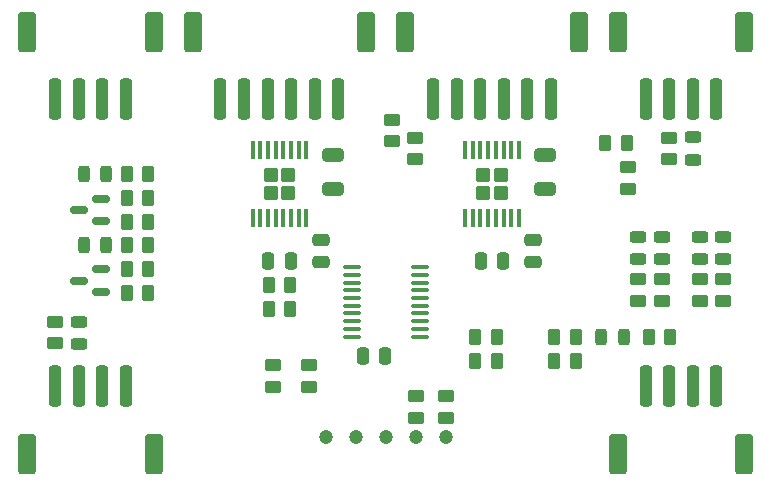
<source format=gbr>
%TF.GenerationSoftware,KiCad,Pcbnew,8.0.3*%
%TF.CreationDate,2024-07-02T20:09:31+01:00*%
%TF.ProjectId,Tims_I2C_Dual_Motor_Driver,54696d73-5f49-4324-935f-4475616c5f4d,rev?*%
%TF.SameCoordinates,Original*%
%TF.FileFunction,Paste,Top*%
%TF.FilePolarity,Positive*%
%FSLAX46Y46*%
G04 Gerber Fmt 4.6, Leading zero omitted, Abs format (unit mm)*
G04 Created by KiCad (PCBNEW 8.0.3) date 2024-07-02 20:09:31*
%MOMM*%
%LPD*%
G01*
G04 APERTURE LIST*
G04 Aperture macros list*
%AMRoundRect*
0 Rectangle with rounded corners*
0 $1 Rounding radius*
0 $2 $3 $4 $5 $6 $7 $8 $9 X,Y pos of 4 corners*
0 Add a 4 corners polygon primitive as box body*
4,1,4,$2,$3,$4,$5,$6,$7,$8,$9,$2,$3,0*
0 Add four circle primitives for the rounded corners*
1,1,$1+$1,$2,$3*
1,1,$1+$1,$4,$5*
1,1,$1+$1,$6,$7*
1,1,$1+$1,$8,$9*
0 Add four rect primitives between the rounded corners*
20,1,$1+$1,$2,$3,$4,$5,0*
20,1,$1+$1,$4,$5,$6,$7,0*
20,1,$1+$1,$6,$7,$8,$9,0*
20,1,$1+$1,$8,$9,$2,$3,0*%
G04 Aperture macros list end*
%ADD10RoundRect,0.250000X-0.450000X0.262500X-0.450000X-0.262500X0.450000X-0.262500X0.450000X0.262500X0*%
%ADD11RoundRect,0.250001X-0.354999X0.354999X-0.354999X-0.354999X0.354999X-0.354999X0.354999X0.354999X0*%
%ADD12RoundRect,0.100000X-0.100000X0.675000X-0.100000X-0.675000X0.100000X-0.675000X0.100000X0.675000X0*%
%ADD13RoundRect,0.250000X0.475000X-0.250000X0.475000X0.250000X-0.475000X0.250000X-0.475000X-0.250000X0*%
%ADD14C,1.200000*%
%ADD15RoundRect,0.250000X0.262500X0.450000X-0.262500X0.450000X-0.262500X-0.450000X0.262500X-0.450000X0*%
%ADD16RoundRect,0.243750X0.243750X0.456250X-0.243750X0.456250X-0.243750X-0.456250X0.243750X-0.456250X0*%
%ADD17RoundRect,0.250000X-0.250000X-0.475000X0.250000X-0.475000X0.250000X0.475000X-0.250000X0.475000X0*%
%ADD18RoundRect,0.243750X0.456250X-0.243750X0.456250X0.243750X-0.456250X0.243750X-0.456250X-0.243750X0*%
%ADD19RoundRect,0.250000X-0.262500X-0.450000X0.262500X-0.450000X0.262500X0.450000X-0.262500X0.450000X0*%
%ADD20RoundRect,0.250000X-0.250000X-1.500000X0.250000X-1.500000X0.250000X1.500000X-0.250000X1.500000X0*%
%ADD21RoundRect,0.250001X-0.499999X-1.449999X0.499999X-1.449999X0.499999X1.449999X-0.499999X1.449999X0*%
%ADD22RoundRect,0.250000X0.450000X-0.262500X0.450000X0.262500X-0.450000X0.262500X-0.450000X-0.262500X0*%
%ADD23RoundRect,0.100000X-0.637500X-0.100000X0.637500X-0.100000X0.637500X0.100000X-0.637500X0.100000X0*%
%ADD24RoundRect,0.250000X0.250000X1.500000X-0.250000X1.500000X-0.250000X-1.500000X0.250000X-1.500000X0*%
%ADD25RoundRect,0.250001X0.499999X1.449999X-0.499999X1.449999X-0.499999X-1.449999X0.499999X-1.449999X0*%
%ADD26RoundRect,0.250000X0.250000X0.475000X-0.250000X0.475000X-0.250000X-0.475000X0.250000X-0.475000X0*%
%ADD27RoundRect,0.250000X0.650000X-0.325000X0.650000X0.325000X-0.650000X0.325000X-0.650000X-0.325000X0*%
%ADD28RoundRect,0.150000X0.587500X0.150000X-0.587500X0.150000X-0.587500X-0.150000X0.587500X-0.150000X0*%
%ADD29RoundRect,0.243750X-0.456250X0.243750X-0.456250X-0.243750X0.456250X-0.243750X0.456250X0.243750X0*%
G04 APERTURE END LIST*
D10*
%TO.C,R25*%
X182277500Y-96627500D03*
X182277500Y-98452500D03*
%TD*%
D11*
%TO.C,U2*%
X147427500Y-87790000D03*
X145927500Y-87790000D03*
X147427500Y-89290000D03*
X145927500Y-89290000D03*
D12*
X148952500Y-85665000D03*
X148302500Y-85665000D03*
X147652500Y-85665000D03*
X147002500Y-85665000D03*
X146352500Y-85665000D03*
X145702500Y-85665000D03*
X145052500Y-85665000D03*
X144402500Y-85665000D03*
X144402500Y-91415000D03*
X145052500Y-91415000D03*
X145702500Y-91415000D03*
X146352500Y-91415000D03*
X147002500Y-91415000D03*
X147652500Y-91415000D03*
X148302500Y-91415000D03*
X148952500Y-91415000D03*
%TD*%
D13*
%TO.C,C2*%
X168177500Y-95190000D03*
X168177500Y-93290000D03*
%TD*%
D14*
%TO.C,Pad5*%
X160757500Y-109970000D03*
%TD*%
D15*
%TO.C,R3*%
X135590000Y-91740000D03*
X133765000Y-91740000D03*
%TD*%
D14*
%TO.C,Pad3*%
X155677500Y-109970000D03*
%TD*%
D16*
%TO.C,D2*%
X132015000Y-93740000D03*
X130140000Y-93740000D03*
%TD*%
%TO.C,D9*%
X175815000Y-101540000D03*
X173940000Y-101540000D03*
%TD*%
D17*
%TO.C,C7*%
X153727500Y-103140000D03*
X155627500Y-103140000D03*
%TD*%
D18*
%TO.C,D5*%
X182277500Y-94877500D03*
X182277500Y-93002500D03*
%TD*%
D19*
%TO.C,R16*%
X163265000Y-101540000D03*
X165090000Y-101540000D03*
%TD*%
%TO.C,R14*%
X169965000Y-101540000D03*
X171790000Y-101540000D03*
%TD*%
D20*
%TO.C,J1*%
X127677500Y-105690000D03*
X129677500Y-105690000D03*
X131677500Y-105690000D03*
X133677500Y-105690000D03*
D21*
X125327500Y-111440000D03*
X136027500Y-111440000D03*
%TD*%
D14*
%TO.C,Pad2*%
X153137500Y-109970000D03*
%TD*%
D13*
%TO.C,C1*%
X150177500Y-95190000D03*
X150177500Y-93290000D03*
%TD*%
D22*
%TO.C,R19*%
X127677500Y-102052500D03*
X127677500Y-100227500D03*
%TD*%
D15*
%TO.C,R1*%
X135590000Y-89740000D03*
X133765000Y-89740000D03*
%TD*%
D18*
%TO.C,D3*%
X177077500Y-94877500D03*
X177077500Y-93002500D03*
%TD*%
D19*
%TO.C,R10*%
X145765000Y-99140000D03*
X147590000Y-99140000D03*
%TD*%
D23*
%TO.C,U1*%
X152815000Y-95615000D03*
X152815000Y-96265000D03*
X152815000Y-96915000D03*
X152815000Y-97565000D03*
X152815000Y-98215000D03*
X152815000Y-98865000D03*
X152815000Y-99515000D03*
X152815000Y-100165000D03*
X152815000Y-100815000D03*
X152815000Y-101465000D03*
X158540000Y-101465000D03*
X158540000Y-100815000D03*
X158540000Y-100165000D03*
X158540000Y-99515000D03*
X158540000Y-98865000D03*
X158540000Y-98215000D03*
X158540000Y-97565000D03*
X158540000Y-96915000D03*
X158540000Y-96265000D03*
X158540000Y-95615000D03*
%TD*%
D15*
%TO.C,R6*%
X176090000Y-85040000D03*
X174265000Y-85040000D03*
%TD*%
D24*
%TO.C,J5*%
X169677500Y-81390000D03*
X167677500Y-81390000D03*
X165677500Y-81390000D03*
X163677500Y-81390000D03*
X161677500Y-81390000D03*
X159677500Y-81390000D03*
D25*
X172027500Y-75640000D03*
X157327500Y-75640000D03*
%TD*%
D20*
%TO.C,J2*%
X177677500Y-105690000D03*
X179677500Y-105690000D03*
X181677500Y-105690000D03*
X183677500Y-105690000D03*
D21*
X175327500Y-111440000D03*
X186027500Y-111440000D03*
%TD*%
D10*
%TO.C,R27*%
X179677500Y-84627500D03*
X179677500Y-86452500D03*
%TD*%
D16*
%TO.C,D1*%
X132015000Y-87740000D03*
X130140000Y-87740000D03*
%TD*%
D15*
%TO.C,R12*%
X135590000Y-93740000D03*
X133765000Y-93740000D03*
%TD*%
D26*
%TO.C,C4*%
X165627500Y-95040000D03*
X163727500Y-95040000D03*
%TD*%
D10*
%TO.C,R15*%
X160757500Y-106517500D03*
X160757500Y-108342500D03*
%TD*%
D27*
%TO.C,C5*%
X169177500Y-89015000D03*
X169177500Y-86065000D03*
%TD*%
D10*
%TO.C,R26*%
X184277500Y-96627500D03*
X184277500Y-98452500D03*
%TD*%
D18*
%TO.C,D4*%
X179077500Y-94877500D03*
X179077500Y-93002500D03*
%TD*%
D28*
%TO.C,Q1*%
X131615000Y-91690000D03*
X131615000Y-89790000D03*
X129740000Y-90740000D03*
%TD*%
D27*
%TO.C,C6*%
X151177500Y-89015000D03*
X151177500Y-86065000D03*
%TD*%
D14*
%TO.C,Pad4*%
X158217500Y-109970000D03*
%TD*%
D10*
%TO.C,R24*%
X179077500Y-96627500D03*
X179077500Y-98452500D03*
%TD*%
D22*
%TO.C,R8*%
X176177500Y-88952500D03*
X176177500Y-87127500D03*
%TD*%
%TO.C,R21*%
X146177500Y-105702500D03*
X146177500Y-103877500D03*
%TD*%
D11*
%TO.C,U3*%
X165427500Y-87790000D03*
X163927500Y-87790000D03*
X165427500Y-89290000D03*
X163927500Y-89290000D03*
D12*
X166952500Y-85665000D03*
X166302500Y-85665000D03*
X165652500Y-85665000D03*
X165002500Y-85665000D03*
X164352500Y-85665000D03*
X163702500Y-85665000D03*
X163052500Y-85665000D03*
X162402500Y-85665000D03*
X162402500Y-91415000D03*
X163052500Y-91415000D03*
X163702500Y-91415000D03*
X164352500Y-91415000D03*
X165002500Y-91415000D03*
X165652500Y-91415000D03*
X166302500Y-91415000D03*
X166952500Y-91415000D03*
%TD*%
D15*
%TO.C,R17*%
X165090000Y-103540000D03*
X163265000Y-103540000D03*
%TD*%
D22*
%TO.C,R18*%
X158217500Y-108342500D03*
X158217500Y-106517500D03*
%TD*%
%TO.C,R7*%
X158177500Y-86452500D03*
X158177500Y-84627500D03*
%TD*%
D24*
%TO.C,J3*%
X133677500Y-81390000D03*
X131677500Y-81390000D03*
X129677500Y-81390000D03*
X127677500Y-81390000D03*
D25*
X136027500Y-75640000D03*
X125327500Y-75640000D03*
%TD*%
D28*
%TO.C,Q2*%
X131615000Y-97690000D03*
X131615000Y-95790000D03*
X129740000Y-96740000D03*
%TD*%
D10*
%TO.C,R23*%
X177077500Y-96627500D03*
X177077500Y-98452500D03*
%TD*%
D29*
%TO.C,D8*%
X129677500Y-100202500D03*
X129677500Y-102077500D03*
%TD*%
D14*
%TO.C,Pad1*%
X150597500Y-109970000D03*
%TD*%
D26*
%TO.C,C3*%
X147627500Y-95040000D03*
X145727500Y-95040000D03*
%TD*%
D24*
%TO.C,J6*%
X183677500Y-81390000D03*
X181677500Y-81390000D03*
X179677500Y-81390000D03*
X177677500Y-81390000D03*
D25*
X186027500Y-75640000D03*
X175327500Y-75640000D03*
%TD*%
D15*
%TO.C,R20*%
X179790000Y-101540000D03*
X177965000Y-101540000D03*
%TD*%
%TO.C,R4*%
X135590000Y-97740000D03*
X133765000Y-97740000D03*
%TD*%
D18*
%TO.C,D6*%
X184277500Y-94877500D03*
X184277500Y-93002500D03*
%TD*%
D19*
%TO.C,R13*%
X169965000Y-103540000D03*
X171790000Y-103540000D03*
%TD*%
D15*
%TO.C,R11*%
X135590000Y-87740000D03*
X133765000Y-87740000D03*
%TD*%
D18*
%TO.C,D7*%
X181677500Y-86477500D03*
X181677500Y-84602500D03*
%TD*%
D19*
%TO.C,R9*%
X145765000Y-97140000D03*
X147590000Y-97140000D03*
%TD*%
D15*
%TO.C,R2*%
X135590000Y-95740000D03*
X133765000Y-95740000D03*
%TD*%
D22*
%TO.C,R22*%
X149177500Y-105702500D03*
X149177500Y-103877500D03*
%TD*%
%TO.C,R5*%
X156177500Y-84952500D03*
X156177500Y-83127500D03*
%TD*%
D24*
%TO.C,J4*%
X151677500Y-81390000D03*
X149677500Y-81390000D03*
X147677500Y-81390000D03*
X145677500Y-81390000D03*
X143677500Y-81390000D03*
X141677500Y-81390000D03*
D25*
X154027500Y-75640000D03*
X139327500Y-75640000D03*
%TD*%
M02*

</source>
